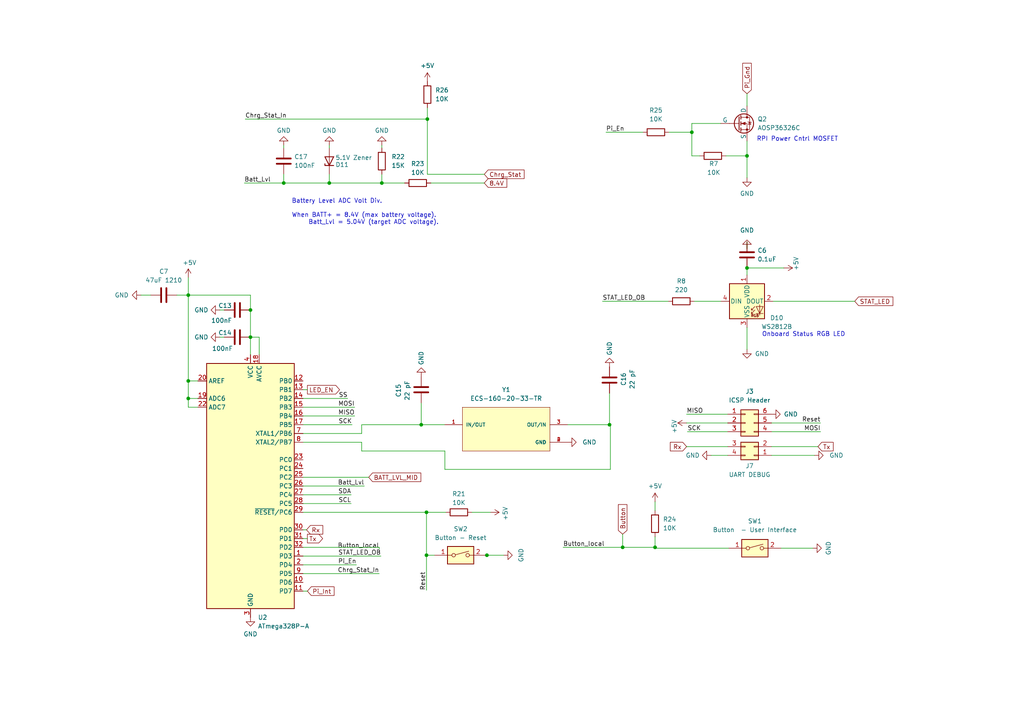
<source format=kicad_sch>
(kicad_sch (version 20250114) (generator "eeschema") (generator_version "9.0")
  (paper "A4")
  (title_block (title "OpenActionCam") (date "2025-04-10") (rev "0.2") (company "KBader94") (comment 1 "https://github.com/kbader94/OpenActionCam"))
  (lib_symbols
    (symbol "+5V_2" (power) (pin_names (offset 0))
      (property "Value" "+5V_2" (at 0 3.556 0))
      (symbol "+5V_2_0_1"
        (polyline (pts (xy -0.762 1.27) (xy 0 2.54)))
        (polyline (pts (xy 0 2.54) (xy 0.762 1.27)))
        (polyline (pts (xy 0 0) (xy 0 2.54)))
      )
      (symbol "+5V_2_1_1"
        (pin power_in line (at 0 0 90) (length 0) (hide yes) (name "+5V") (number "1"))
      )
    )
    (symbol "+5V_3" (power) (pin_names (offset 0))
      (property "Value" "+5V_3" (at 0 3.556 0))
      (symbol "+5V_3_0_1"
        (polyline (pts (xy -0.762 1.27) (xy 0 2.54)))
        (polyline (pts (xy 0 2.54) (xy 0.762 1.27)))
        (polyline (pts (xy 0 0) (xy 0 2.54)))
      )
      (symbol "+5V_3_1_1"
        (pin power_in line (at 0 0 90) (length 0) (hide yes) (name "+5V") (number "1"))
      )
    )
    (symbol "Connector_Generic:Conn_02x02_Counter_Clockwise" (pin_names (offset 1.016) (hide yes))
      (property "Reference" "J" (at 1.27 2.54 0))
      (property "Value" "Conn_02x02_Counter_Clockwise" (at 1.27 -5.08 0))
      (symbol "Conn_02x02_Counter_Clockwise_1_1"
        (rectangle (start -1.27 1.27) (end 3.81 -3.81) (stroke (width 0.254)) (fill (type background)))
        (rectangle (start -1.27 0.127) (end 0 -0.127) (stroke (width 0.1524)))
        (rectangle (start -1.27 -2.413) (end 0 -2.667) (stroke (width 0.1524)))
        (rectangle (start 3.81 0.127) (end 2.54 -0.127) (stroke (width 0.1524)))
        (rectangle (start 3.81 -2.413) (end 2.54 -2.667) (stroke (width 0.1524)))
        (pin passive line (at -5.08 0 0) (length 3.81) (name "Pin_1") (number "1"))
        (pin passive line (at -5.08 -2.54 0) (length 3.81) (name "Pin_2") (number "2"))
        (pin passive line (at 7.62 0 180) (length 3.81) (name "Pin_4") (number "4"))
        (pin passive line (at 7.62 -2.54 180) (length 3.81) (name "Pin_3") (number "3"))
      )
    )
    (symbol "Connector_Generic:Conn_02x03_Counter_Clockwise" (pin_names (offset 1.016) (hide yes))
      (property "Reference" "J" (at 1.27 5.08 0))
      (property "Value" "Conn_02x03_Counter_Clockwise" (at 1.27 -5.08 0))
      (symbol "Conn_02x03_Counter_Clockwise_1_1"
        (rectangle (start -1.27 3.81) (end 3.81 -3.81) (stroke (width 0.254)) (fill (type background)))
        (rectangle (start -1.27 2.667) (end 0 2.413) (stroke (width 0.1524)))
        (rectangle (start -1.27 0.127) (end 0 -0.127) (stroke (width 0.1524)))
        (rectangle (start -1.27 -2.413) (end 0 -2.667) (stroke (width 0.1524)))
        (rectangle (start 3.81 2.667) (end 2.54 2.413) (stroke (width 0.1524)))
        (rectangle (start 3.81 0.127) (end 2.54 -0.127) (stroke (width 0.1524)))
        (rectangle (start 3.81 -2.413) (end 2.54 -2.667) (stroke (width 0.1524)))
        (pin passive line (at -5.08 2.54 0) (length 3.81) (name "Pin_1") (number "1"))
        (pin passive line (at -5.08 0 0) (length 3.81) (name "Pin_2") (number "2"))
        (pin passive line (at -5.08 -2.54 0) (length 3.81) (name "Pin_3") (number "3"))
        (pin passive line (at 7.62 2.54 180) (length 3.81) (name "Pin_6") (number "6"))
        (pin passive line (at 7.62 0 180) (length 3.81) (name "Pin_5") (number "5"))
        (pin passive line (at 7.62 -2.54 180) (length 3.81) (name "Pin_4") (number "4"))
      )
    )
    (symbol "Device:C" (pin_numbers (hide yes)) (pin_names (offset 0.254))
      (property "Reference" "C" (at 0.635 2.54 0))
      (property "Value" "C" (at 0.635 -2.54 0))
      (symbol "C_0_1"
        (polyline (pts (xy -2.032 0.762) (xy 2.032 0.762)) (stroke (width 0.508)))
        (polyline (pts (xy -2.032 -0.762) (xy 2.032 -0.762)) (stroke (width 0.508)))
      )
      (symbol "C_1_1"
        (pin passive line (at 0 3.81 270) (length 2.794) (name "~") (number "1"))
        (pin passive line (at 0 -3.81 90) (length 2.794) (name "~") (number "2"))
      )
    )
    (symbol "Device:D_Zener" (pin_numbers (hide yes)) (pin_names (offset 1.016) (hide yes))
      (property "Reference" "D" (at 0 2.54 0))
      (property "Value" "D_Zener" (at 0 -2.54 0))
      (symbol "D_Zener_0_1"
        (polyline (pts (xy -1.27 -1.27) (xy -1.27 1.27) (xy -0.762 1.27)) (stroke (width 0.254)))
        (polyline (pts (xy 1.27 0) (xy -1.27 0)))
        (polyline (pts (xy 1.27 -1.27) (xy 1.27 1.27) (xy -1.27 0) (xy 1.27 -1.27)) (stroke (width 0.254)))
      )
      (symbol "D_Zener_1_1"
        (pin passive line (at -3.81 0 0) (length 2.54) (name "K") (number "1"))
        (pin passive line (at 3.81 0 180) (length 2.54) (name "A") (number "2"))
      )
    )
    (symbol "Device:R" (pin_numbers (hide yes)) (pin_names (offset 0))
      (property "Reference" "R" (at 2.032 0 90))
      (property "Value" "R" (at 0 0 90))
      (symbol "R_0_1"
        (rectangle (start -1.016 -2.54) (end 1.016 2.54) (stroke (width 0.254)))
      )
      (symbol "R_1_1"
        (pin passive line (at 0 3.81 270) (length 1.27) (name "~") (number "1"))
        (pin passive line (at 0 -3.81 90) (length 1.27) (name "~") (number "2"))
      )
    )
    (symbol "ECS-160-20-33-TR:ECS-160-20-33-TR" (pin_names (offset 1.016))
      (property "Reference" "Y" (at -12.7168 7.6301 0))
      (property "Value" "ECS-160-20-33-TR" (at -12.7149 -7.629 0))
      (symbol "ECS-160-20-33-TR_0_0"
        (rectangle (start -12.7 -5.08) (end 12.7 7.62) (stroke (width 0.127)) (fill (type background)))
        (pin bidirectional line (at -17.78 2.54 0) (length 5.08) (name "IN/OUT") (number "1"))
        (pin bidirectional line (at 17.78 2.54 180) (length 5.08) (name "OUT/IN") (number "3"))
        (pin power_in line (at 17.78 -2.54 180) (length 5.08) (name "GND") (number "2"))
        (pin power_in line (at 17.78 -2.54 180) (length 5.08) (name "GND") (number "4"))
      )
    )
    (symbol "LED:WS2812B" (pin_names (offset 0.254))
      (property "Reference" "D" (at 5.08 5.715 0))
      (property "Value" "WS2812B" (at 1.27 -5.715 0))
      (symbol "WS2812B_0_0"
        (text "RGB" (at 2.286 -4.191 0) (effects (font (size 0.762 0.762))))
      )
      (symbol "WS2812B_0_1"
        (polyline (pts (xy 1.27 -2.54) (xy 1.778 -2.54)))
        (polyline (pts (xy 1.27 -3.556) (xy 1.778 -3.556)))
        (polyline (pts (xy 2.286 -1.524) (xy 1.27 -2.54) (xy 1.27 -2.032)))
        (polyline (pts (xy 2.286 -2.54) (xy 1.27 -3.556) (xy 1.27 -3.048)))
        (polyline (pts (xy 3.683 -1.016) (xy 3.683 -3.556) (xy 3.683 -4.064)))
        (polyline (pts (xy 4.699 -1.524) (xy 2.667 -1.524) (xy 3.683 -3.556) (xy 4.699 -1.524)))
        (polyline (pts (xy 4.699 -3.556) (xy 2.667 -3.556)))
        (rectangle (start 5.08 5.08) (end -5.08 -5.08) (stroke (width 0.254)) (fill (type background)))
      )
      (symbol "WS2812B_1_1"
        (pin input line (at -7.62 0 0) (length 2.54) (name "DIN") (number "4"))
        (pin power_in line (at 0 7.62 270) (length 2.54) (name "VDD") (number "1"))
        (pin power_in line (at 0 -7.62 90) (length 2.54) (name "VSS") (number "3"))
        (pin output line (at 7.62 0 180) (length 2.54) (name "DOUT") (number "2"))
      )
    )
    (symbol "MCU_Microchip_ATmega:ATmega328P-A"
      (property "Reference" "U" (at -12.7 36.83 0))
      (property "Value" "ATmega328P-A" (at 2.54 -36.83 0))
      (symbol "ATmega328P-A_0_1"
        (rectangle (start -12.7 -35.56) (end 12.7 35.56) (stroke (width 0.254)) (fill (type background)))
      )
      (symbol "ATmega328P-A_1_1"
        (pin passive line (at -15.24 30.48 0) (length 2.54) (name "AREF") (number "20"))
        (pin input line (at -15.24 25.4 0) (length 2.54) (name "ADC6") (number "19"))
        (pin input line (at -15.24 22.86 0) (length 2.54) (name "ADC7") (number "22"))
        (pin power_in line (at 0 38.1 270) (length 2.54) (name "VCC") (number "4"))
        (pin passive line (at 0 38.1 270) (length 2.54) (hide yes) (name "VCC") (number "6"))
        (pin passive line (at 0 -38.1 90) (length 2.54) (hide yes) (name "GND") (number "21"))
        (pin power_in line (at 0 -38.1 90) (length 2.54) (name "GND") (number "3"))
        (pin passive line (at 0 -38.1 90) (length 2.54) (hide yes) (name "GND") (number "5"))
        (pin power_in line (at 2.54 38.1 270) (length 2.54) (name "AVCC") (number "18"))
        (pin bidirectional line (at 15.24 30.48 180) (length 2.54) (name "PB0") (number "12"))
        (pin bidirectional line (at 15.24 27.94 180) (length 2.54) (name "PB1") (number "13"))
        (pin bidirectional line (at 15.24 25.4 180) (length 2.54) (name "PB2") (number "14"))
        (pin bidirectional line (at 15.24 22.86 180) (length 2.54) (name "PB3") (number "15"))
        (pin bidirectional line (at 15.24 20.32 180) (length 2.54) (name "PB4") (number "16"))
        (pin bidirectional line (at 15.24 17.78 180) (length 2.54) (name "PB5") (number "17"))
        (pin bidirectional line (at 15.24 15.24 180) (length 2.54) (name "XTAL1/PB6") (number "7"))
        (pin bidirectional line (at 15.24 12.7 180) (length 2.54) (name "XTAL2/PB7") (number "8"))
        (pin bidirectional line (at 15.24 7.62 180) (length 2.54) (name "PC0") (number "23"))
        (pin bidirectional line (at 15.24 5.08 180) (length 2.54) (name "PC1") (number "24"))
        (pin bidirectional line (at 15.24 2.54 180) (length 2.54) (name "PC2") (number "25"))
        (pin bidirectional line (at 15.24 0 180) (length 2.54) (name "PC3") (number "26"))
        (pin bidirectional line (at 15.24 -2.54 180) (length 2.54) (name "PC4") (number "27"))
        (pin bidirectional line (at 15.24 -5.08 180) (length 2.54) (name "PC5") (number "28"))
        (pin bidirectional line (at 15.24 -7.62 180) (length 2.54) (name "~{RESET}/PC6") (number "29"))
        (pin bidirectional line (at 15.24 -12.7 180) (length 2.54) (name "PD0") (number "30"))
        (pin bidirectional line (at 15.24 -15.24 180) (length 2.54) (name "PD1") (number "31"))
        (pin bidirectional line (at 15.24 -17.78 180) (length 2.54) (name "PD2") (number "32"))
        (pin bidirectional line (at 15.24 -20.32 180) (length 2.54) (name "PD3") (number "1"))
        (pin bidirectional line (at 15.24 -22.86 180) (length 2.54) (name "PD4") (number "2"))
        (pin bidirectional line (at 15.24 -25.4 180) (length 2.54) (name "PD5") (number "9"))
        (pin bidirectional line (at 15.24 -27.94 180) (length 2.54) (name "PD6") (number "10"))
        (pin bidirectional line (at 15.24 -30.48 180) (length 2.54) (name "PD7") (number "11"))
      )
    )
    (symbol "Simulation_SPICE:NMOS" (pin_numbers (hide yes)) (pin_names (offset 0))
      (property "Reference" "Q" (at 5.08 1.27 0))
      (property "Value" "NMOS" (at 5.08 -1.27 0))
      (symbol "NMOS_0_1"
        (polyline (pts (xy 0.254 1.905) (xy 0.254 -1.905)) (stroke (width 0.254)))
        (polyline (pts (xy 0.254 0) (xy -2.54 0)))
        (polyline (pts (xy 0.762 2.286) (xy 0.762 1.27)) (stroke (width 0.254)))
        (polyline (pts (xy 0.762 0.508) (xy 0.762 -0.508)) (stroke (width 0.254)))
        (polyline (pts (xy 0.762 -1.27) (xy 0.762 -2.286)) (stroke (width 0.254)))
        (polyline (pts (xy 0.762 -1.778) (xy 3.302 -1.778) (xy 3.302 1.778) (xy 0.762 1.778)))
        (polyline (pts (xy 1.016 0) (xy 2.032 0.381) (xy 2.032 -0.381) (xy 1.016 0)) (fill (type outline)))
        (circle (center 1.651 0) (radius 2.794) (stroke (width 0.254)))
        (polyline (pts (xy 2.54 2.54) (xy 2.54 1.778)))
        (circle (center 2.54 1.778) (radius 0.254) (fill (type outline)))
        (circle (center 2.54 -1.778) (radius 0.254) (fill (type outline)))
        (polyline (pts (xy 2.54 -2.54) (xy 2.54 0) (xy 0.762 0)))
        (polyline (pts (xy 2.794 0.508) (xy 2.921 0.381) (xy 3.683 0.381) (xy 3.81 0.254)))
        (polyline (pts (xy 3.302 0.381) (xy 2.921 -0.254) (xy 3.683 -0.254) (xy 3.302 0.381)))
      )
      (symbol "NMOS_1_1"
        (pin input line (at -5.08 0 0) (length 2.54) (name "G") (number "2"))
        (pin passive line (at 2.54 5.08 270) (length 2.54) (name "D") (number "1"))
        (pin passive line (at 2.54 -5.08 90) (length 2.54) (name "S") (number "3"))
      )
    )
    (symbol "Switch:SW_DIP_x01" (pin_names (offset 0) (hide yes))
      (property "Reference" "SW" (at 0 3.81 0))
      (property "Value" "SW_DIP_x01" (at 0 -3.81 0))
      (symbol "SW_DIP_x01_0_0"
        (circle (center -2.032 0) (radius 0.508))
        (polyline (pts (xy -1.524 0.127) (xy 2.3622 1.1684)))
        (circle (center 2.032 0) (radius 0.508))
      )
      (symbol "SW_DIP_x01_0_1"
        (rectangle (start -3.81 2.54) (end 3.81 -2.54) (stroke (width 0.254)) (fill (type background)))
      )
      (symbol "SW_DIP_x01_1_1"
        (pin passive line (at -7.62 0 0) (length 5.08) (name "~") (number "1"))
        (pin passive line (at 7.62 0 180) (length 5.08) (name "~") (number "2"))
      )
    )
    (symbol "power:+5V" (power) (pin_names (offset 0))
      (property "Value" "+5V" (at 0 3.556 0))
      (symbol "+5V_0_1"
        (polyline (pts (xy -0.762 1.27) (xy 0 2.54)))
        (polyline (pts (xy 0 2.54) (xy 0.762 1.27)))
        (polyline (pts (xy 0 0) (xy 0 2.54)))
      )
      (symbol "+5V_1_1"
        (pin power_in line (at 0 0 90) (length 0) (hide yes) (name "+5V") (number "1"))
      )
    )
    (symbol "power:GND" (power) (pin_names (offset 0))
      (property "Value" "GND" (at 0 -3.81 0))
      (symbol "GND_0_1"
        (polyline (pts (xy 0 0) (xy 0 -1.27) (xy 1.27 -1.27) (xy 0 -2.54) (xy -1.27 -1.27) (xy 0 -1.27)))
      )
      (symbol "GND_1_1"
        (pin power_in line (at 0 0 270) (length 0) (hide yes) (name "GND") (number "1"))
      )
    )
  )
  (text "Onboard Status RGB LED" (at 220.98 97.79 0) (effects (font (size 1.27 1.27)) (justify left bottom)))
  (text "RPI Power Cntrl MOSFET\n" (at 219.456 41.148 0) (effects (font (size 1.27 1.27)) (justify left bottom)))
  (text "Battery Level ADC Volt Div. \n\nWhen BATT+ = 8.4V (max battery voltage).\n     Batt_Lvl = 5.04V (target ADC voltage).\n" (at 84.582 65.278 0) (effects (font (size 1.27 1.27)) (justify left bottom)))
  (junction (at 54.61 115.57))
  (junction (at 54.61 85.598))
  (junction (at 180.594 158.75))
  (junction (at 123.952 34.544))
  (junction (at 200.66 38.354))
  (junction (at 72.644 97.79))
  (junction (at 82.296 53.086))
  (junction (at 122.174 123.19))
  (junction (at 72.644 89.916))
  (junction (at 216.662 77.724))
  (junction (at 123.698 148.59))
  (junction (at 176.784 123.19))
  (junction (at 110.744 53.086))
  (junction (at 189.992 158.75))
  (junction (at 216.662 45.212))
  (junction (at 141.224 161.036))
  (junction (at 95.504 53.086))
  (junction (at 54.61 110.49))
  (junction (at 123.698 161.036))
  (wire (pts (xy 189.992 145.542) (xy 189.992 148.082)))
  (wire (pts (xy 175.768 38.354) (xy 186.436 38.354)))
  (wire (pts (xy 224.282 87.376) (xy 247.904 87.376)))
  (wire (pts (xy 122.174 116.84) (xy 122.174 123.19)))
  (wire (pts (xy 82.296 50.546) (xy 82.296 53.086)))
  (wire (pts (xy 101.854 146.05) (xy 87.884 146.05)))
  (wire (pts (xy 176.784 123.19) (xy 177.038 123.19)))
  (wire (pts (xy 51.308 85.598) (xy 54.61 85.598)))
  (wire (pts (xy 180.594 158.75) (xy 189.992 158.75)))
  (wire (pts (xy 87.884 158.75) (xy 109.982 158.75)))
  (wire (pts (xy 89.154 171.45) (xy 87.884 171.45)))
  (wire (pts (xy 123.952 34.544) (xy 123.952 50.546)))
  (wire (pts (xy 87.884 125.73) (xy 104.902 125.73)))
  (wire (pts (xy 54.61 115.57) (xy 54.61 118.11)))
  (wire (pts (xy 72.644 97.79) (xy 75.184 97.79)))
  (wire (pts (xy 177.038 123.19) (xy 177.038 136.144)))
  (wire (pts (xy 40.894 85.598) (xy 43.688 85.598)))
  (wire (pts (xy 189.992 158.75) (xy 189.992 159.004)))
  (wire (pts (xy 82.296 53.086) (xy 95.504 53.086)))
  (wire (pts (xy 87.884 166.37) (xy 109.982 166.37)))
  (wire (pts (xy 210.566 45.212) (xy 216.662 45.212)))
  (wire (pts (xy 72.644 89.916) (xy 72.644 97.79)))
  (wire (pts (xy 123.698 148.59) (xy 123.698 161.036)))
  (wire (pts (xy 104.902 128.27) (xy 87.884 128.27)))
  (wire (pts (xy 189.992 158.75) (xy 189.992 155.702)))
  (wire (pts (xy 206.248 132.08) (xy 211.074 132.08)))
  (wire (pts (xy 129.032 136.144) (xy 177.038 136.144)))
  (wire (pts (xy 110.744 42.164) (xy 110.744 42.926)))
  (wire (pts (xy 109.982 159.258) (xy 109.982 158.75)))
  (wire (pts (xy 110.744 50.546) (xy 110.744 53.086)))
  (wire (pts (xy 104.902 130.81) (xy 104.902 128.27)))
  (wire (pts (xy 200.66 35.814) (xy 200.66 38.354)))
  (wire (pts (xy 123.952 34.544) (xy 123.952 31.242)))
  (wire (pts (xy 104.902 130.81) (xy 129.032 130.81)))
  (wire (pts (xy 199.39 125.222) (xy 211.074 125.222)))
  (wire (pts (xy 223.774 125.222) (xy 237.998 125.222)))
  (wire (pts (xy 104.902 125.73) (xy 104.902 123.19)))
  (wire (pts (xy 123.698 161.036) (xy 123.698 171.196)))
  (wire (pts (xy 102.108 123.19) (xy 87.884 123.19)))
  (wire (pts (xy 223.774 122.682) (xy 237.998 122.682)))
  (wire (pts (xy 226.568 159.004) (xy 235.712 159.004)))
  (wire (pts (xy 201.422 87.376) (xy 209.042 87.376)))
  (wire (pts (xy 216.662 77.724) (xy 227.33 77.724)))
  (wire (pts (xy 174.752 87.376) (xy 193.802 87.376)))
  (wire (pts (xy 54.61 115.57) (xy 57.404 115.57)))
  (wire (pts (xy 199.136 129.54) (xy 211.074 129.54)))
  (wire (pts (xy 54.61 110.49) (xy 54.61 115.57)))
  (wire (pts (xy 216.662 101.346) (xy 216.662 94.996)))
  (wire (pts (xy 104.902 123.19) (xy 122.174 123.19)))
  (wire (pts (xy 110.744 53.086) (xy 117.348 53.086)))
  (wire (pts (xy 140.462 50.546) (xy 123.952 50.546)))
  (wire (pts (xy 199.136 120.142) (xy 211.074 120.142)))
  (wire (pts (xy 54.61 85.598) (xy 72.644 85.598)))
  (wire (pts (xy 200.66 45.212) (xy 200.66 38.354)))
  (wire (pts (xy 88.9 153.67) (xy 87.884 153.67)))
  (wire (pts (xy 95.504 53.086) (xy 110.744 53.086)))
  (wire (pts (xy 200.66 45.212) (xy 202.946 45.212)))
  (wire (pts (xy 200.66 35.814) (xy 209.042 35.814)))
  (wire (pts (xy 194.056 38.354) (xy 200.66 38.354)))
  (wire (pts (xy 140.97 161.036) (xy 141.224 161.036)))
  (wire (pts (xy 123.698 148.59) (xy 87.884 148.59)))
  (wire (pts (xy 216.662 40.894) (xy 216.662 45.212)))
  (wire (pts (xy 236.22 132.08) (xy 223.774 132.08)))
  (wire (pts (xy 216.662 45.212) (xy 216.662 51.562)))
  (wire (pts (xy 82.296 42.164) (xy 82.296 42.926)))
  (wire (pts (xy 129.032 130.81) (xy 129.032 136.144)))
  (wire (pts (xy 103.378 163.83) (xy 87.884 163.83)))
  (wire (pts (xy 180.594 154.94) (xy 180.594 158.75)))
  (wire (pts (xy 95.504 50.546) (xy 95.504 53.086)))
  (wire (pts (xy 54.61 80.518) (xy 54.61 85.598)))
  (wire (pts (xy 89.154 156.21) (xy 87.884 156.21)))
  (wire (pts (xy 199.136 122.682) (xy 211.074 122.682)))
  (wire (pts (xy 216.662 70.104) (xy 216.662 72.136)))
  (wire (pts (xy 110.49 161.29) (xy 87.884 161.29)))
  (wire (pts (xy 72.644 97.79) (xy 72.644 102.87)))
  (wire (pts (xy 122.174 123.19) (xy 129.032 123.19)))
  (wire (pts (xy 102.87 118.11) (xy 87.884 118.11)))
  (wire (pts (xy 163.322 158.75) (xy 180.594 158.75)))
  (wire (pts (xy 216.662 77.724) (xy 216.662 79.756)))
  (wire (pts (xy 124.968 53.086) (xy 140.462 53.086)))
  (wire (pts (xy 63.754 97.79) (xy 65.024 97.79)))
  (wire (pts (xy 125.984 161.036) (xy 123.698 161.036)))
  (wire (pts (xy 176.784 123.19) (xy 164.592 123.19)))
  (wire (pts (xy 123.698 148.59) (xy 129.286 148.59)))
  (wire (pts (xy 72.644 85.598) (xy 72.644 89.916)))
  (wire (pts (xy 95.504 42.164) (xy 95.504 42.926)))
  (wire (pts (xy 75.184 97.79) (xy 75.184 102.87)))
  (wire (pts (xy 71.12 34.544) (xy 123.952 34.544)))
  (wire (pts (xy 141.224 161.036) (xy 146.05 161.036)))
  (wire (pts (xy 105.664 140.97) (xy 87.884 140.97)))
  (wire (pts (xy 216.662 27.178) (xy 216.662 30.734)))
  (wire (pts (xy 100.838 115.57) (xy 87.884 115.57)))
  (wire (pts (xy 54.61 110.49) (xy 57.404 110.49)))
  (wire (pts (xy 176.784 114.046) (xy 176.784 123.19)))
  (wire (pts (xy 54.61 85.598) (xy 54.61 110.49)))
  (wire (pts (xy 189.992 159.004) (xy 211.328 159.004)))
  (wire (pts (xy 142.24 148.59) (xy 136.906 148.59)))
  (wire (pts (xy 70.866 53.086) (xy 82.296 53.086)))
  (wire (pts (xy 102.87 120.65) (xy 87.884 120.65)))
  (wire (pts (xy 106.934 138.43) (xy 87.884 138.43)))
  (wire (pts (xy 54.61 118.11) (xy 57.404 118.11)))
  (wire (pts (xy 223.774 129.54) (xy 237.236 129.54)))
  (wire (pts (xy 63.754 89.916) (xy 65.024 89.916)))
  (wire (pts (xy 89.154 113.03) (xy 87.884 113.03)))
  (wire (pts (xy 101.854 143.51) (xy 87.884 143.51)))
  (label "Batt_Lvl" (at 105.664 140.97 180))
  (label "SS" (at 100.838 115.57 180))
  (label "SCL" (at 101.854 146.05 180))
  (label "SCK" (at 199.39 125.222 0))
  (label "Pi_En" (at 103.378 163.83 180))
  (label "Chrg_Stat_In" (at 71.12 34.544 0))
  (label "Batt_Lvl" (at 70.866 53.086 0))
  (label "SDA" (at 101.854 143.51 180))
  (label "Reset" (at 123.698 171.196 90))
  (label "MOSI" (at 237.998 125.222 180))
  (label "MISO" (at 102.87 120.65 180))
  (label "STAT_LED_OB" (at 174.752 87.376 0))
  (label "SCK" (at 102.108 123.19 180))
  (label "Chrg_Stat_In" (at 109.982 166.37 180))
  (label "Reset" (at 237.998 122.682 180))
  (label "Pi_En" (at 175.768 38.354 0))
  (label "MOSI" (at 102.87 118.11 180))
  (label "STAT_LED_OB" (at 110.49 161.29 180))
  (label "Button_local" (at 163.322 158.75 0))
  (label "MISO" (at 199.136 120.142 0))
  (label "Button_local" (at 109.982 159.258 180))
  (global_label "Tx" (shape output) (at 89.154 156.21 0) (property "Intersheetrefs" "${INTERSHEET_REFS}" (effects (hide yes))))
  (global_label "STAT_LED" (shape input) (at 247.904 87.376 0) (property "Intersheetrefs" "${INTERSHEET_REFS}" (effects (hide yes))))
  (global_label "Rx" (shape input) (at 88.9 153.67 0) (property "Intersheetrefs" "${INTERSHEET_REFS}" (effects (hide yes))))
  (global_label "BATT_LVL_MID" (shape input) (at 106.934 138.43 0) (property "Intersheetrefs" "${INTERSHEET_REFS}" (effects (hide yes))))
  (global_label "Rx" (shape input) (at 199.136 129.54 180) (property "Intersheetrefs" "${INTERSHEET_REFS}" (effects (hide yes))))
  (global_label "Pi_Gnd" (shape input) (at 216.662 27.178 90) (property "Intersheetrefs" "${INTERSHEET_REFS}" (effects (hide yes))))
  (global_label "Pi_Int" (shape input) (at 89.154 171.45 0) (property "Intersheetrefs" "${INTERSHEET_REFS}" (effects (hide yes))))
  (global_label "LED_EN" (shape output) (at 89.154 113.03 0) (property "Intersheetrefs" "${INTERSHEET_REFS}" (effects (hide yes))))
  (global_label "Button" (shape input) (at 180.594 154.94 90) (property "Intersheetrefs" "${INTERSHEET_REFS}" (effects (hide yes))))
  (global_label "8.4V" (shape input) (at 140.462 53.086 0) (property "Intersheetrefs" "${INTERSHEET_REFS}" (effects (hide yes))))
  (global_label "Tx" (shape input) (at 237.236 129.54 0) (property "Intersheetrefs" "${INTERSHEET_REFS}" (effects (hide yes))))
  (global_label "Chrg_Stat" (shape input) (at 140.462 50.546 0) (property "Intersheetrefs" "${INTERSHEET_REFS}" (effects (hide yes))))
  (symbol (lib_id "Device:C") (at 176.784 110.236 180) (unit 1)
    (property "Reference" "C16" (at 180.848 109.982 90))
    (property "Value" "22 pF" (at 183.388 109.982 90))
    (property "Footprint" "Capacitor_SMD:C_0603_1608Metric_Pad1.08x0.95mm_HandSolder" (effects (hide yes)))
  )
  (symbol (lib_id "Device:C") (at 68.834 97.79 90) (unit 1)
    (property "Reference" "C14" (at 65.278 96.52 90))
    (property "Value" "100nF" (at 64.516 101.092 90))
    (property "Footprint" "Capacitor_SMD:C_0603_1608Metric_Pad1.08x0.95mm_HandSolder" (effects (hide yes)))
  )
  (symbol (lib_id "ECS-160-20-33-TR:ECS-160-20-33-TR") (at 146.812 125.73 0) (unit 1)
    (property "Reference" "Y1" (at 146.812 113.03 0))
    (property "Value" "ECS-160-20-33-TR" (at 146.812 115.57 0))
    (property "Footprint" "ECS-160-20-33-TR:XTAL_ECS-160-20-33-TR" (effects (hide yes)))
    (property "MF" "ECS Inc." (effects (hide yes)))
    (property "DESCRIPTION" "The sub miniature ECX-32 is a compact SMD Crystal." (effects (hide yes)))
    (property "PACKAGE" "SMD-4 ECX" (effects (hide yes)))
    (property "Package" "ECX-32-33-4 ECS" (effects (hide yes)))
    (property "Check_prices" "https://www.snapeda.com/parts/ECS-160-20-33-TR/ECS/view-part/?ref=eda" (effects (hide yes)))
    (property "STANDARD" "Manufacturer recommendations" (effects (hide yes)))
    (property "SnapEDA_Link" "https://www.snapeda.com/parts/ECS-160-20-33-TR/ECS/view-part/?ref=snap" (effects (hide yes)))
    (property "MP" "ECS-160-20-33-TR" (effects (hide yes)))
    (property "Price" "None" (effects (hide yes)))
    (property "Availability" "In Stock" (effects (hide yes)))
    (property "AVAILABILITY" "Good" (effects (hide yes)))
    (property "Description_1" "16 MHz ±50ppm Crystal 20pF 80 Ohms 4-SMD, No Lead" (effects (hide yes)))
  )
  (symbol (lib_id "power:GND") (at 206.248 132.08 270) (unit 1)
    (property "Reference" "#PWR027" (effects (hide yes)))
    (property "Value" "GND" (at 202.946 132.08 90) (effects (justify right)))
  )
  (symbol (lib_id "power:+5V") (at 227.33 77.724 270) (unit 1)
    (property "Reference" "#PWR019" (effects (hide yes)))
    (property "Value" "+5V" (at 230.886 76.454 0))
  )
  (symbol (lib_id "power:GND") (at 40.894 85.598 270) (unit 1)
    (property "Reference" "#PWR017" (effects (hide yes)))
    (property "Value" "GND" (at 37.338 85.598 90) (effects (justify right)))
  )
  (symbol (lib_id "power:GND") (at 63.754 97.79 270) (unit 1)
    (property "Reference" "#PWR047" (effects (hide yes)))
    (property "Value" "GND" (at 60.452 97.79 90) (effects (justify right)))
  )
  (symbol (lib_id "power:GND") (at 216.662 51.562 0) (unit 1)
    (property "Reference" "#PWR055" (effects (hide yes)))
    (property "Value" "GND" (at 216.662 56.134 0))
  )
  (symbol (lib_id "Device:R") (at 121.158 53.086 90) (unit 1)
    (property "Reference" "R23" (at 121.158 47.498 90))
    (property "Value" "10K" (at 121.158 50.038 90))
    (property "Footprint" "Resistor_SMD:R_0603_1608Metric_Pad0.98x0.95mm_HandSolder" (effects (hide yes)))
  )
  (symbol (lib_id "power:GND") (at 110.744 42.164 180) (unit 1)
    (property "Reference" "#PWR052" (effects (hide yes)))
    (property "Value" "GND" (at 110.744 37.846 0))
  )
  (symbol (lib_id "Device:R") (at 133.096 148.59 270) (unit 1)
    (property "Reference" "R21" (at 133.096 143.256 90))
    (property "Value" "10K" (at 133.096 145.796 90))
    (property "Footprint" "Resistor_SMD:R_0603_1608Metric_Pad0.98x0.95mm_HandSolder" (effects (hide yes)))
  )
  (symbol (lib_id "power:GND") (at 235.712 159.004 90) (unit 1)
    (property "Reference" "#PWR056" (effects (hide yes)))
    (property "Value" "GND" (at 240.284 159.004 0))
  )
  (symbol (lib_id "power:GND") (at 216.662 72.136 180) (unit 1)
    (property "Reference" "#PWR06" (effects (hide yes)))
    (property "Value" "GND" (at 216.662 66.802 0))
  )
  (symbol (lib_id "power:GND") (at 82.296 42.164 180) (unit 1)
    (property "Reference" "#PWR057" (effects (hide yes)))
    (property "Value" "GND" (at 82.296 37.846 0))
  )
  (symbol (lib_id "power:GND") (at 72.644 179.07 0) (unit 1)
    (property "Reference" "#PWR048" (effects (hide yes)))
    (property "Value" "GND" (at 72.644 183.896 0))
  )
  (symbol (lib_id "Device:R") (at 197.612 87.376 90) (unit 1)
    (property "Reference" "R8" (at 197.612 81.534 90))
    (property "Value" "220" (at 197.612 84.074 90))
    (property "Footprint" "Resistor_SMD:R_0603_1608Metric_Pad0.98x0.95mm_HandSolder" (effects (hide yes)))
  )
  (symbol (lib_id "power:GND") (at 223.774 120.142 90) (unit 1)
    (property "Reference" "#PWR02" (effects (hide yes)))
    (property "Value" "GND" (at 227.33 120.1419 90) (effects (justify right)))
    (property "Description" "Power symbol creates a global label with name \"GND\" , ground" (effects (hide yes)))
  )
  (symbol (lib_id "power:GND") (at 63.754 89.916 270) (unit 1)
    (property "Reference" "#PWR046" (effects (hide yes)))
    (property "Value" "GND" (at 60.452 89.916 90) (effects (justify right)))
  )
  (symbol (lib_id "Device:R") (at 190.246 38.354 90) (unit 1)
    (property "Reference" "R25" (at 190.246 32.004 90))
    (property "Value" "10K" (at 190.246 34.544 90))
    (property "Footprint" "Resistor_SMD:R_0603_1608Metric" (effects (hide yes)))
  )
  (symbol (lib_id "power:+5V") (at 142.24 148.59 270) (unit 1)
    (property "Reference" "#PWR054" (effects (hide yes)))
    (property "Value" "+5V" (at 146.5644 148.9583 0))
  )
  (symbol (lib_id "Connector_Generic:Conn_02x03_Counter_Clockwise") (at 216.154 122.682 0) (unit 1)
    (property "Reference" "J3" (at 217.424 113.538 0))
    (property "Value" "ICSP Header" (at 217.424 116.078 0))
    (property "Footprint" "Connector_PinSocket_2.54mm:PinSocket_2x03_P2.54mm_Vertical" (effects (hide yes)))
  )
  (symbol (lib_id "power:+5V") (at 199.136 122.682 90) (unit 1)
    (property "Reference" "#PWR063" (effects (hide yes)))
    (property "Value" "+5V" (at 195.58 123.698 0))
  )
  (symbol (lib_id "Simulation_SPICE:NMOS") (at 214.122 35.814 0) (unit 1)
    (property "Reference" "Q2" (at 219.71 34.5439 0) (effects (justify left)))
    (property "Value" "AOSP36326C" (at 219.71 37.0839 0) (effects (justify left)))
    (property "Footprint" "AOSP36326C:SOIC127P490X600X175-8N" (effects (hide yes)))
    (property "Datasheet" "https://ngspice.sourceforge.io/docs/ngspice-manual.pdf" (effects (hide yes)))
    (property "Sim.Device" "NMOS" (effects (hide yes)))
    (property "Sim.Type" "VDMOS" (effects (hide yes)))
    (property "Sim.Pins" "1=D 2=G 3=S" (effects (hide yes)))
  )
  (symbol (lib_id "MCU_Microchip_ATmega:ATmega328P-A") (at 72.644 140.97 0) (unit 1)
    (property "Reference" "U2" (at 74.7873 179.07 0) (effects (justify left)))
    (property "Value" "ATmega328P-A" (at 74.7873 181.61 0) (effects (justify left)))
    (property "Footprint" "Package_QFP:TQFP-32_7x7mm_P0.8mm" (effects (hide yes)))
    (property "Datasheet" "http://ww1.microchip.com/downloads/en/DeviceDoc/ATmega328_P%20AVR%20MCU%20with%20picoPower%20Technology%20Data%20Sheet%2040001984A.pdf" (effects (hide yes)))
    (property "Description" "20MHz, 32kB Flash, 2kB SRAM, 1kB EEPROM, TQFP-32" (effects (hide yes)))
  )
  (symbol (lib_id "LED:WS2812B") (at 216.662 87.376 0) (unit 1)
    (property "Reference" "D10" (at 225.298 92.202 0))
    (property "Value" "WS2812B" (at 225.298 94.742 0))
    (property "Footprint" "LED_SMD:LED_WS2812B_PLCC4_5.0x5.0mm_P3.2mm" (effects (hide yes)))
    (property "Datasheet" "https://cdn-shop.adafruit.com/datasheets/WS2812B.pdf" (effects (hide yes)))
  )
  (symbol (lib_id "Device:R") (at 123.952 27.432 0) (unit 1)
    (property "Reference" "R26" (at 126.238 26.162 0) (effects (justify left)))
    (property "Value" "10K" (at 126.238 28.702 0) (effects (justify left)))
    (property "Footprint" "Resistor_SMD:R_0603_1608Metric" (effects (hide yes)))
  )
  (symbol (lib_id "Device:R") (at 206.756 45.212 90) (unit 1)
    (property "Reference" "R7" (at 207.01 47.498 90))
    (property "Value" "10K" (at 207.01 50.038 90))
    (property "Footprint" "Resistor_SMD:R_0603_1608Metric_Pad0.98x0.95mm_HandSolder" (effects (hide yes)))
  )
  (symbol (lib_id "Device:C") (at 82.296 46.736 0) (unit 1)
    (property "Reference" "C17" (at 85.344 45.466 0) (effects (justify left)))
    (property "Value" "100nF" (at 85.344 48.006 0) (effects (justify left)))
    (property "Footprint" "Capacitor_SMD:C_0603_1608Metric_Pad1.08x0.95mm_HandSolder" (effects (hide yes)))
  )
  (symbol (lib_name "+5V_3") (lib_id "power:+5V") (at 189.992 145.542 0) (unit 1)
    (property "Reference" "#PWR03" (effects (hide yes)))
    (property "Value" "+5V" (at 189.992 140.97 0))
  )
  (symbol (lib_id "power:+5V") (at 54.61 80.518 0) (unit 1)
    (property "Reference" "#PWR045" (effects (hide yes)))
    (property "Value" "+5V" (at 54.9783 76.1936 0))
  )
  (symbol (lib_id "Device:C") (at 68.834 89.916 90) (unit 1)
    (property "Reference" "C13" (at 65.278 88.646 90))
    (property "Value" "100nF" (at 64.262 92.964 90))
    (property "Footprint" "Capacitor_SMD:C_0603_1608Metric_Pad1.08x0.95mm_HandSolder" (effects (hide yes)))
  )
  (symbol (lib_id "Device:R") (at 110.744 46.736 0) (unit 1)
    (property "Reference" "R22" (at 113.538 45.466 0) (effects (justify left)))
    (property "Value" "15K" (at 113.538 48.006 0) (effects (justify left)))
    (property "Footprint" "Resistor_SMD:R_0603_1608Metric_Pad0.98x0.95mm_HandSolder" (effects (hide yes)))
  )
  (symbol (lib_id "Device:C") (at 47.498 85.598 90) (unit 1)
    (property "Reference" "C7" (at 47.498 78.74 90))
    (property "Value" "47uF 1210" (at 47.498 81.28 90))
    (property "Footprint" "Capacitor_SMD:C_1210_3225Metric_Pad1.33x2.70mm_HandSolder" (effects (hide yes)))
  )
  (symbol (lib_id "Connector_Generic:Conn_02x02_Counter_Clockwise") (at 218.694 132.08 180) (unit 1)
    (property "Reference" "J7" (at 217.424 135.128 0))
    (property "Value" "UART DEBUG" (at 217.424 137.668 0))
    (property "Footprint" "Connector_PinSocket_2.54mm:PinSocket_2x02_P2.54mm_Vertical" (effects (hide yes)))
  )
  (symbol (lib_id "power:GND") (at 216.662 101.346 0) (unit 1)
    (property "Reference" "#PWR018" (effects (hide yes)))
    (property "Value" "GND" (at 218.948 102.616 0) (effects (justify left)))
  )
  (symbol (lib_id "power:GND") (at 146.05 161.036 90) (unit 1)
    (property "Reference" "#PWR053" (effects (hide yes)))
    (property "Value" "GND" (at 151.13 161.036 0))
  )
  (symbol (lib_id "power:GND") (at 176.784 106.426 180) (unit 1)
    (property "Reference" "#PWR051" (effects (hide yes)))
    (property "Value" "GND" (at 176.784 103.124 90) (effects (justify right)))
  )
  (symbol (lib_id "power:GND") (at 122.174 109.22 180) (unit 1)
    (property "Reference" "#PWR050" (effects (hide yes)))
    (property "Value" "GND" (at 122.174 105.918 90) (effects (justify right)))
  )
  (symbol (lib_id "power:GND") (at 164.592 128.27 90) (unit 1)
    (property "Reference" "#PWR08" (effects (hide yes)))
    (property "Value" "GND" (at 168.91 128.2699 90) (effects (justify right)))
    (property "Description" "Power symbol creates a global label with name \"GND\" , ground" (effects (hide yes)))
  )
  (symbol (lib_id "Device:C") (at 216.662 73.914 0) (unit 1)
    (property "Reference" "C6" (at 219.71 72.644 0) (effects (justify left)))
    (property "Value" "0.1uF" (at 219.71 75.184 0) (effects (justify left)))
    (property "Footprint" "Capacitor_SMD:C_0603_1608Metric_Pad1.08x0.95mm_HandSolder" (effects (hide yes)))
  )
  (symbol (lib_id "Switch:SW_DIP_x01") (at 133.604 161.036 0) (unit 1)
    (property "Reference" "SW2" (at 133.604 153.416 0))
    (property "Value" "Button - Reset" (at 133.604 155.956 0))
    (property "Footprint" "Button - PTS815:SW4_PTS815 SJM 250 SMTR LFS_CNK" (effects (hide yes)))
  )
  (symbol (lib_id "Device:R") (at 189.992 151.892 0) (unit 1)
    (property "Reference" "R24" (at 192.278 150.622 0) (effects (justify left)))
    (property "Value" "10K" (at 192.278 153.162 0) (effects (justify left)))
    (property "Footprint" "Resistor_SMD:R_0603_1608Metric_Pad0.98x0.95mm_HandSolder" (effects (hide yes)))
  )
  (symbol (lib_id "Device:C") (at 122.174 113.03 180) (unit 1)
    (property "Reference" "C15" (at 115.57 113.284 90))
    (property "Value" "22 pF" (at 118.11 113.284 90))
    (property "Footprint" "Capacitor_SMD:C_0603_1608Metric_Pad1.08x0.95mm_HandSolder" (effects (hide yes)))
  )
  (symbol (lib_id "Device:D_Zener") (at 95.504 46.736 90) (unit 1)
    (property "Reference" "D11" (at 97.282 47.752 90) (effects (justify right)))
    (property "Value" "5.1V Zener" (at 97.282 45.72 90) (effects (justify right)))
    (property "Footprint" "Diode_SMD:D_SOD-323_HandSoldering" (effects (hide yes)))
  )
  (symbol (lib_id "Switch:SW_DIP_x01") (at 218.948 159.004 0) (unit 1)
    (property "Reference" "SW1" (at 218.948 151.13 0))
    (property "Value" "Button  - User Interface" (at 218.948 153.67 0))
    (property "Footprint" "Button - PTS815:SW4_PTS815 SJM 250 SMTR LFS_CNK" (effects (hide yes)))
  )
  (symbol (lib_id "power:GND") (at 95.504 42.164 180) (unit 1)
    (property "Reference" "#PWR049" (effects (hide yes)))
    (property "Value" "GND" (at 95.504 37.846 0))
  )
  (symbol (lib_name "+5V_2") (lib_id "power:+5V") (at 123.952 23.622 0) (unit 1)
    (property "Reference" "#PWR029" (effects (hide yes)))
    (property "Value" "+5V" (at 123.952 19.05 0))
  )
  (symbol (lib_id "power:GND") (at 236.22 132.08 90) (unit 1)
    (property "Reference" "#PWR021" (effects (hide yes)))
    (property "Value" "GND" (at 240.538 132.08 90) (effects (justify right)))
  )
)
</source>
